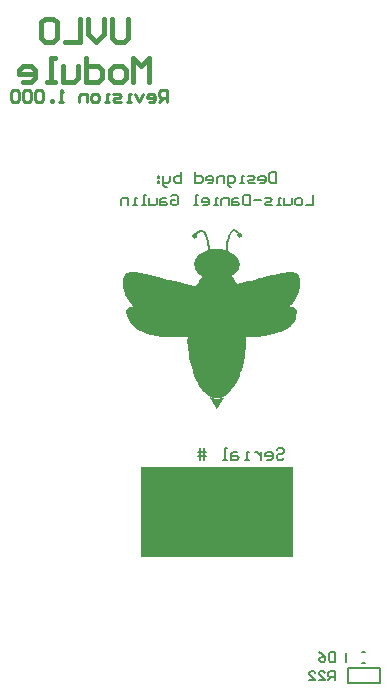
<source format=gbo>
G04*
G04 #@! TF.GenerationSoftware,Altium Limited,Altium Designer,20.1.11 (218)*
G04*
G04 Layer_Color=32896*
%FSLAX24Y24*%
%MOIN*%
G70*
G04*
G04 #@! TF.SameCoordinates,DAAE5E8E-C930-4FEA-A671-465C74EFB4C4*
G04*
G04*
G04 #@! TF.FilePolarity,Positive*
G04*
G01*
G75*
%ADD11C,0.0050*%
%ADD12C,0.0060*%
%ADD13C,0.0079*%
%ADD14C,0.0070*%
%ADD15C,0.0070*%
%ADD17C,0.0080*%
%ADD95C,0.0090*%
%ADD96C,0.0157*%
%ADD97R,0.5086X0.3033*%
G36*
X15157Y15544D02*
X15190Y15533D01*
X15219Y15515D01*
X15248Y15497D01*
X15270Y15475D01*
X15288Y15460D01*
X15299Y15446D01*
X15303Y15442D01*
X15328Y15431D01*
X15350Y15417D01*
X15365Y15402D01*
X15372Y15391D01*
X15379Y15380D01*
X15383Y15369D01*
Y15366D01*
Y15362D01*
Y15340D01*
X15379Y15318D01*
X15372Y15304D01*
X15358Y15293D01*
X15343Y15282D01*
X15328Y15278D01*
X15314Y15274D01*
X15307Y15271D01*
X15303D01*
X15281Y15274D01*
X15266Y15282D01*
X15252Y15296D01*
X15245Y15311D01*
X15234Y15336D01*
X15230Y15344D01*
Y15347D01*
Y15355D01*
X15234Y15369D01*
X15237Y15387D01*
X15245Y15402D01*
X15248Y15409D01*
X15223Y15435D01*
X15201Y15457D01*
X15179Y15471D01*
X15161Y15479D01*
X15146Y15486D01*
X15135Y15490D01*
X15121D01*
X15092Y15479D01*
X15062Y15453D01*
X15037Y15417D01*
X15015Y15373D01*
X14997Y15325D01*
X14979Y15271D01*
X14949Y15154D01*
X14938Y15096D01*
X14931Y15038D01*
X14920Y14987D01*
X14917Y14939D01*
X14909Y14899D01*
Y14866D01*
X14906Y14848D01*
Y14841D01*
X14979Y14804D01*
X15040Y14768D01*
X15095Y14731D01*
X15143Y14695D01*
X15183Y14655D01*
X15215Y14618D01*
X15245Y14582D01*
X15266Y14545D01*
X15285Y14513D01*
X15296Y14483D01*
X15307Y14458D01*
X15310Y14432D01*
X15314Y14414D01*
X15318Y14400D01*
Y14392D01*
Y14389D01*
X15314Y14345D01*
X15307Y14305D01*
X15296Y14265D01*
X15277Y14228D01*
X15237Y14163D01*
X15190Y14108D01*
X15143Y14061D01*
X15102Y14028D01*
X15084Y14013D01*
X15073Y14006D01*
X15066Y14002D01*
X15062Y13999D01*
Y13977D01*
X15223Y13722D01*
X15230D01*
X15241Y13725D01*
X15270Y13733D01*
X15310Y13740D01*
X15354Y13751D01*
X15398Y13762D01*
X15434Y13773D01*
X15449Y13776D01*
X15460D01*
X15467Y13780D01*
X15471D01*
X15580Y13809D01*
X15686Y13838D01*
X15788Y13867D01*
X15882Y13893D01*
X15974Y13915D01*
X16057Y13937D01*
X16141Y13959D01*
X16218Y13977D01*
X16291Y13991D01*
X16356Y14010D01*
X16422Y14024D01*
X16480Y14035D01*
X16539Y14050D01*
X16590Y14057D01*
X16637Y14068D01*
X16684Y14075D01*
X16761Y14090D01*
X16827Y14101D01*
X16881Y14108D01*
X16921Y14115D01*
X16954D01*
X16976Y14119D01*
X17031D01*
X17096Y14115D01*
X17129Y14108D01*
X17155Y14104D01*
X17180Y14097D01*
X17198Y14090D01*
X17209Y14086D01*
X17213D01*
X17235Y14068D01*
X17253Y14046D01*
X17282Y13995D01*
X17304Y13940D01*
X17319Y13886D01*
X17326Y13831D01*
X17330Y13787D01*
X17333Y13773D01*
Y13758D01*
Y13751D01*
Y13747D01*
X17330Y13667D01*
X17319Y13590D01*
X17300Y13518D01*
X17275Y13445D01*
X17249Y13375D01*
X17220Y13313D01*
X17187Y13251D01*
X17151Y13197D01*
X17118Y13149D01*
X17085Y13102D01*
X17056Y13066D01*
X17027Y13033D01*
X17005Y13007D01*
X16987Y12985D01*
X16976Y12974D01*
X16972Y12971D01*
X17023D01*
X17060Y12964D01*
X17093Y12956D01*
X17122Y12949D01*
X17144Y12938D01*
X17162Y12927D01*
X17191Y12902D01*
X17209Y12872D01*
X17217Y12851D01*
X17220Y12836D01*
Y12829D01*
X17217Y12752D01*
X17206Y12683D01*
X17191Y12621D01*
X17176Y12566D01*
X17162Y12522D01*
X17147Y12493D01*
X17136Y12471D01*
X17133Y12464D01*
X17100Y12417D01*
X17063Y12373D01*
X17023Y12333D01*
X16980Y12297D01*
X16881Y12227D01*
X16772Y12169D01*
X16655Y12122D01*
X16535Y12078D01*
X16411Y12045D01*
X16291Y12019D01*
X16174Y11998D01*
X16061Y11979D01*
X15959Y11968D01*
X15912Y11965D01*
X15868Y11961D01*
X15831Y11958D01*
X15766D01*
X15737Y11954D01*
X15689D01*
X15667Y11958D01*
X15660D01*
X15642Y11954D01*
X15635D01*
X15602Y11958D01*
X15584Y11954D01*
X15565Y11950D01*
X15547Y11947D01*
X15540D01*
Y11830D01*
X15478Y11229D01*
X15474Y11207D01*
X15471Y11174D01*
X15460Y11134D01*
X15445Y11086D01*
X15431Y11035D01*
X15416Y10984D01*
X15376Y10871D01*
X15358Y10817D01*
X15339Y10762D01*
X15325Y10715D01*
X15310Y10671D01*
X15296Y10634D01*
X15285Y10609D01*
X15281Y10591D01*
X15277Y10583D01*
X15248Y10521D01*
X15219Y10467D01*
X15186Y10412D01*
X15157Y10361D01*
X15095Y10274D01*
X15037Y10197D01*
X14979Y10131D01*
X14920Y10077D01*
X14866Y10033D01*
X14814Y9997D01*
X14767Y9967D01*
X14723Y9949D01*
X14683Y9935D01*
X14650Y9924D01*
X14625Y9916D01*
X14607Y9913D01*
X14527D01*
X14479Y9916D01*
X14432Y9927D01*
X14388Y9942D01*
X14344Y9964D01*
X14301Y9989D01*
X14257Y10018D01*
X14180Y10080D01*
X14147Y10109D01*
X14115Y10139D01*
X14089Y10168D01*
X14064Y10193D01*
X14045Y10215D01*
X14031Y10230D01*
X14024Y10241D01*
X14020Y10244D01*
X13962Y10335D01*
X13911Y10430D01*
X13863Y10525D01*
X13823Y10616D01*
X13805Y10660D01*
X13790Y10696D01*
X13776Y10729D01*
X13765Y10758D01*
X13754Y10784D01*
X13747Y10802D01*
X13743Y10813D01*
Y10817D01*
X13714Y10941D01*
X13685Y11054D01*
X13663Y11163D01*
X13641Y11265D01*
X13626Y11360D01*
X13612Y11447D01*
X13601Y11527D01*
X13590Y11600D01*
X13582Y11662D01*
X13575Y11717D01*
X13572Y11768D01*
Y11804D01*
X13568Y11837D01*
Y11859D01*
Y11874D01*
Y11877D01*
X13572Y11888D01*
X13575Y11903D01*
Y11917D01*
Y11925D01*
Y11947D01*
X13561Y11965D01*
X13473Y11961D01*
X13338D01*
X13284Y11958D01*
X12908D01*
X12843Y11961D01*
X12781Y11965D01*
X12722Y11968D01*
X12671Y11972D01*
X12635Y11976D01*
X12620D01*
X12609Y11979D01*
X12598D01*
X12500Y11994D01*
X12409Y12012D01*
X12325Y12034D01*
X12245Y12056D01*
X12172Y12081D01*
X12103Y12111D01*
X12041Y12140D01*
X11982Y12169D01*
X11928Y12202D01*
X11877Y12238D01*
X11833Y12271D01*
X11793Y12307D01*
X11753Y12344D01*
X11720Y12380D01*
X11665Y12453D01*
X11621Y12522D01*
X11585Y12592D01*
X11563Y12654D01*
X11549Y12708D01*
X11538Y12752D01*
X11534Y12789D01*
X11530Y12810D01*
Y12814D01*
Y12818D01*
X11534Y12843D01*
X11541Y12869D01*
X11552Y12891D01*
X11567Y12905D01*
X11607Y12934D01*
X11651Y12953D01*
X11698Y12964D01*
X11734Y12967D01*
X11753Y12971D01*
X11782D01*
X11716Y13036D01*
X11662Y13106D01*
X11614Y13171D01*
X11570Y13241D01*
X11534Y13306D01*
X11505Y13368D01*
X11483Y13430D01*
X11461Y13488D01*
X11447Y13539D01*
X11436Y13590D01*
X11428Y13631D01*
X11425Y13671D01*
X11421Y13700D01*
X11417Y13722D01*
Y13736D01*
Y13740D01*
Y13765D01*
X11421Y13795D01*
X11425Y13860D01*
X11428Y13889D01*
X11432Y13915D01*
X11436Y13929D01*
Y13937D01*
X11447Y13970D01*
X11461Y13999D01*
X11479Y14021D01*
X11498Y14042D01*
X11545Y14075D01*
X11592Y14097D01*
X11640Y14108D01*
X11680Y14115D01*
X11698Y14119D01*
X11745D01*
X11815Y14115D01*
X11891Y14108D01*
X11968Y14101D01*
X12041Y14090D01*
X12106Y14075D01*
X12135Y14072D01*
X12157Y14068D01*
X12179Y14064D01*
X12194Y14061D01*
X12201Y14057D01*
X12205D01*
X12343Y14021D01*
X12474Y13988D01*
X12598Y13955D01*
X12715Y13926D01*
X12821Y13900D01*
X12923Y13871D01*
X13018Y13849D01*
X13105Y13827D01*
X13185Y13809D01*
X13262Y13787D01*
X13331Y13773D01*
X13393Y13758D01*
X13451Y13744D01*
X13502Y13729D01*
X13550Y13718D01*
X13593Y13711D01*
X13630Y13700D01*
X13666Y13693D01*
X13695Y13685D01*
X13721Y13682D01*
X13765Y13671D01*
X13794Y13667D01*
X13816Y13663D01*
X13827Y13660D01*
X13834D01*
X13845Y13663D01*
X13860Y13674D01*
X13870Y13682D01*
X13874Y13685D01*
X13911Y13747D01*
X13943Y13802D01*
X13973Y13853D01*
X14002Y13893D01*
X14024Y13926D01*
X14042Y13951D01*
X14053Y13966D01*
X14056Y13970D01*
X14049Y13999D01*
X14005Y14028D01*
X13965Y14061D01*
X13932Y14093D01*
X13903Y14126D01*
X13878Y14159D01*
X13860Y14192D01*
X13841Y14221D01*
X13830Y14254D01*
X13812Y14309D01*
X13805Y14330D01*
X13801Y14349D01*
X13798Y14367D01*
Y14378D01*
Y14385D01*
Y14389D01*
X13801Y14436D01*
X13812Y14476D01*
X13827Y14516D01*
X13841Y14549D01*
X13856Y14578D01*
X13870Y14600D01*
X13881Y14615D01*
X13885Y14618D01*
X13936Y14673D01*
X13994Y14720D01*
X14053Y14761D01*
X14111Y14793D01*
X14166Y14815D01*
X14209Y14833D01*
X14228Y14841D01*
X14239Y14844D01*
X14246Y14848D01*
X14250D01*
X14253Y14852D01*
X14257Y14855D01*
Y14859D01*
Y14863D01*
X14246Y14968D01*
X14231Y15059D01*
X14217Y15140D01*
X14198Y15209D01*
X14184Y15267D01*
X14166Y15315D01*
X14147Y15355D01*
X14129Y15387D01*
X14115Y15409D01*
X14100Y15428D01*
X14086Y15442D01*
X14075Y15449D01*
X14056Y15460D01*
X14034D01*
X14013Y15457D01*
X13987Y15446D01*
X13962Y15431D01*
X13936Y15417D01*
X13918Y15402D01*
X13900Y15387D01*
X13889Y15377D01*
X13885Y15373D01*
X13892Y15325D01*
Y15315D01*
X13889Y15296D01*
X13881Y15278D01*
X13856Y15256D01*
X13830Y15242D01*
X13823Y15238D01*
X13819D01*
X13790Y15242D01*
X13768Y15249D01*
X13754Y15264D01*
X13743Y15278D01*
X13736Y15289D01*
X13732Y15304D01*
Y15311D01*
Y15315D01*
Y15333D01*
X13736Y15358D01*
X13747Y15377D01*
X13761Y15391D01*
X13779Y15398D01*
X13798Y15406D01*
X13812Y15409D01*
X13827D01*
X13874Y15446D01*
X13911Y15475D01*
X13947Y15493D01*
X13973Y15508D01*
X13994Y15515D01*
X14009Y15522D01*
X14067D01*
X14086Y15519D01*
X14107Y15511D01*
X14126Y15497D01*
X14144Y15482D01*
X14162Y15468D01*
X14173Y15453D01*
X14180Y15446D01*
X14184Y15442D01*
X14228Y15340D01*
X14260Y15242D01*
X14286Y15147D01*
X14301Y15063D01*
X14308Y15027D01*
X14311Y14994D01*
X14315Y14961D01*
Y14935D01*
X14319Y14917D01*
Y14903D01*
Y14892D01*
Y14888D01*
X14322Y14874D01*
X14326Y14870D01*
Y14866D01*
X14395Y14881D01*
X14424Y14884D01*
X14454D01*
X14479Y14888D01*
X14614D01*
X14694Y14884D01*
X14731Y14877D01*
X14763Y14874D01*
X14793Y14866D01*
X14818Y14859D01*
X14833Y14855D01*
X14836D01*
X14840Y14863D01*
X14844D01*
Y14874D01*
X14851Y14935D01*
X14855Y14994D01*
X14866Y15045D01*
X14873Y15096D01*
X14891Y15187D01*
X14913Y15264D01*
X14935Y15329D01*
X14957Y15384D01*
X14982Y15428D01*
X15004Y15464D01*
X15026Y15493D01*
X15048Y15511D01*
X15070Y15526D01*
X15084Y15537D01*
X15099Y15544D01*
X15110Y15548D01*
X15121D01*
X15157Y15544D01*
D02*
G37*
G36*
X14789Y9927D02*
X14559Y9545D01*
X14552Y9552D01*
X14541Y9566D01*
X14530Y9588D01*
X14512Y9614D01*
X14494Y9643D01*
X14476Y9676D01*
X14435Y9745D01*
X14395Y9814D01*
X14377Y9847D01*
X14359Y9876D01*
X14344Y9902D01*
X14333Y9920D01*
X14330Y9931D01*
X14326Y9935D01*
X14333Y9938D01*
Y9942D01*
X14414Y9920D01*
X14450Y9913D01*
X14486Y9905D01*
X14516Y9902D01*
X14537Y9898D01*
X14552Y9894D01*
X14556D01*
X14581Y9898D01*
X14618Y9902D01*
X14654Y9909D01*
X14694Y9920D01*
X14731Y9927D01*
X14760Y9935D01*
X14782Y9938D01*
X14785Y9942D01*
X14789D01*
Y9927D01*
D02*
G37*
D11*
X18912Y437D02*
X19975D01*
Y909D01*
X18912D02*
X19975D01*
X18912Y437D02*
Y909D01*
D12*
X18477Y506D02*
Y826D01*
X18317D01*
X18263Y772D01*
Y666D01*
X18317Y612D01*
X18477D01*
X18370D02*
X18263Y506D01*
X17943D02*
X18157D01*
X17943Y719D01*
Y772D01*
X17997Y826D01*
X18103D01*
X18157Y772D01*
X17624Y506D02*
X17837D01*
X17624Y719D01*
Y772D01*
X17677Y826D01*
X17783D01*
X17837Y772D01*
X18488Y1450D02*
Y1130D01*
X18328D01*
X18275Y1184D01*
Y1397D01*
X18328Y1450D01*
X18488D01*
X17955D02*
X18062Y1397D01*
X18168Y1290D01*
Y1184D01*
X18115Y1130D01*
X18008D01*
X17955Y1184D01*
Y1237D01*
X18008Y1290D01*
X18168D01*
D13*
X16542Y8175D02*
X16607Y8240D01*
X16739D01*
X16804Y8175D01*
Y8109D01*
X16739Y8043D01*
X16607D01*
X16542Y7978D01*
Y7912D01*
X16607Y7847D01*
X16739D01*
X16804Y7912D01*
X16214Y7847D02*
X16345D01*
X16411Y7912D01*
Y8043D01*
X16345Y8109D01*
X16214D01*
X16148Y8043D01*
Y7978D01*
X16411D01*
X16017Y8109D02*
Y7847D01*
Y7978D01*
X15951Y8043D01*
X15886Y8109D01*
X15820D01*
X15623Y7847D02*
X15492D01*
X15558D01*
Y8109D01*
X15623D01*
X15230D02*
X15099D01*
X15033Y8043D01*
Y7847D01*
X15230D01*
X15295Y7912D01*
X15230Y7978D01*
X15033D01*
X14902Y7847D02*
X14771D01*
X14836D01*
Y8240D01*
X14902D01*
X14115Y7847D02*
Y8240D01*
X13984D02*
Y7847D01*
X14180Y8109D02*
X13984D01*
X13918D01*
X14180Y7978D02*
X13918D01*
D14*
X19385Y1085D02*
X19483D01*
X19385Y1459D02*
X19483D01*
D15*
X18863Y1125D02*
Y1420D01*
D17*
X16536Y17445D02*
Y17085D01*
X16356D01*
X16296Y17145D01*
Y17385D01*
X16356Y17445D01*
X16536D01*
X15996Y17085D02*
X16116D01*
X16176Y17145D01*
Y17265D01*
X16116Y17325D01*
X15996D01*
X15936Y17265D01*
Y17205D01*
X16176D01*
X15816Y17085D02*
X15636D01*
X15576Y17145D01*
X15636Y17205D01*
X15756D01*
X15816Y17265D01*
X15756Y17325D01*
X15576D01*
X15456Y17085D02*
X15336D01*
X15396D01*
Y17325D01*
X15456D01*
X15036Y16965D02*
X14976D01*
X14916Y17025D01*
Y17325D01*
X15096D01*
X15156Y17265D01*
Y17145D01*
X15096Y17085D01*
X14916D01*
X14796D02*
Y17325D01*
X14616D01*
X14556Y17265D01*
Y17085D01*
X14257D02*
X14377D01*
X14437Y17145D01*
Y17265D01*
X14377Y17325D01*
X14257D01*
X14197Y17265D01*
Y17205D01*
X14437D01*
X13837Y17445D02*
Y17085D01*
X14017D01*
X14077Y17145D01*
Y17265D01*
X14017Y17325D01*
X13837D01*
X13357Y17445D02*
Y17085D01*
X13177D01*
X13117Y17145D01*
Y17205D01*
Y17265D01*
X13177Y17325D01*
X13357D01*
X12997D02*
Y17145D01*
X12937Y17085D01*
X12757D01*
Y17025D01*
X12817Y16965D01*
X12877D01*
X12757Y17085D02*
Y17325D01*
X12637D02*
X12577D01*
Y17265D01*
X12637D01*
Y17325D01*
Y17145D02*
X12577D01*
Y17085D01*
X12637D01*
Y17145D01*
X17765Y16701D02*
Y16341D01*
X17526D01*
X17346D02*
X17226D01*
X17166Y16401D01*
Y16521D01*
X17226Y16581D01*
X17346D01*
X17406Y16521D01*
Y16401D01*
X17346Y16341D01*
X17046Y16581D02*
Y16401D01*
X16986Y16341D01*
X16806D01*
Y16581D01*
X16686Y16341D02*
X16566D01*
X16626D01*
Y16581D01*
X16686D01*
X16386Y16341D02*
X16206D01*
X16146Y16401D01*
X16206Y16461D01*
X16326D01*
X16386Y16521D01*
X16326Y16581D01*
X16146D01*
X16026Y16521D02*
X15786D01*
X15666Y16701D02*
Y16341D01*
X15486D01*
X15426Y16401D01*
Y16641D01*
X15486Y16701D01*
X15666D01*
X15246Y16581D02*
X15126D01*
X15066Y16521D01*
Y16341D01*
X15246D01*
X15306Y16401D01*
X15246Y16461D01*
X15066D01*
X14946Y16341D02*
Y16581D01*
X14766D01*
X14706Y16521D01*
Y16341D01*
X14586D02*
X14467D01*
X14526D01*
Y16581D01*
X14586D01*
X14107Y16341D02*
X14227D01*
X14287Y16401D01*
Y16521D01*
X14227Y16581D01*
X14107D01*
X14047Y16521D01*
Y16461D01*
X14287D01*
X13927Y16341D02*
X13807D01*
X13867D01*
Y16701D01*
X13927D01*
X13027Y16641D02*
X13087Y16701D01*
X13207D01*
X13267Y16641D01*
Y16401D01*
X13207Y16341D01*
X13087D01*
X13027Y16401D01*
Y16521D01*
X13147D01*
X12847Y16581D02*
X12727D01*
X12667Y16521D01*
Y16341D01*
X12847D01*
X12907Y16401D01*
X12847Y16461D01*
X12667D01*
X12547Y16581D02*
Y16401D01*
X12487Y16341D01*
X12307D01*
Y16581D01*
X12187Y16341D02*
X12067D01*
X12127D01*
Y16701D01*
X12187D01*
X11887Y16341D02*
X11767D01*
X11827D01*
Y16581D01*
X11887D01*
X11587Y16341D02*
Y16581D01*
X11407D01*
X11348Y16521D01*
Y16341D01*
D95*
X12877Y19783D02*
Y20183D01*
X12678D01*
X12611Y20116D01*
Y19983D01*
X12678Y19916D01*
X12877D01*
X12744D02*
X12611Y19783D01*
X12278D02*
X12411D01*
X12478Y19850D01*
Y19983D01*
X12411Y20050D01*
X12278D01*
X12211Y19983D01*
Y19916D01*
X12478D01*
X12078Y20050D02*
X11944Y19783D01*
X11811Y20050D01*
X11678Y19783D02*
X11545D01*
X11611D01*
Y20050D01*
X11678D01*
X11345Y19783D02*
X11145D01*
X11078Y19850D01*
X11145Y19916D01*
X11278D01*
X11345Y19983D01*
X11278Y20050D01*
X11078D01*
X10945Y19783D02*
X10811D01*
X10878D01*
Y20050D01*
X10945D01*
X10545Y19783D02*
X10412D01*
X10345Y19850D01*
Y19983D01*
X10412Y20050D01*
X10545D01*
X10612Y19983D01*
Y19850D01*
X10545Y19783D01*
X10212D02*
Y20050D01*
X10012D01*
X9945Y19983D01*
Y19783D01*
X9412D02*
X9279D01*
X9345D01*
Y20183D01*
X9412Y20116D01*
X9079Y19783D02*
Y19850D01*
X9012D01*
Y19783D01*
X9079D01*
X8745Y20116D02*
X8679Y20183D01*
X8546D01*
X8479Y20116D01*
Y19850D01*
X8546Y19783D01*
X8679D01*
X8745Y19850D01*
Y20116D01*
X8346D02*
X8279Y20183D01*
X8146D01*
X8079Y20116D01*
Y19850D01*
X8146Y19783D01*
X8279D01*
X8346Y19850D01*
Y20116D01*
X7946D02*
X7879Y20183D01*
X7746D01*
X7679Y20116D01*
Y19850D01*
X7746Y19783D01*
X7879D01*
X7946Y19850D01*
Y20116D01*
D96*
X11576Y22571D02*
Y21915D01*
X11445Y21784D01*
X11182D01*
X11051Y21915D01*
Y22571D01*
X10789D02*
Y22046D01*
X10526Y21784D01*
X10264Y22046D01*
Y22571D01*
X10001D02*
Y21784D01*
X9477D01*
X8821Y22571D02*
X9083D01*
X9214Y22440D01*
Y21915D01*
X9083Y21784D01*
X8821D01*
X8690Y21915D01*
Y22440D01*
X8821Y22571D01*
X12297Y20461D02*
Y21248D01*
X12035Y20986D01*
X11773Y21248D01*
Y20461D01*
X11379D02*
X11117D01*
X10985Y20592D01*
Y20855D01*
X11117Y20986D01*
X11379D01*
X11510Y20855D01*
Y20592D01*
X11379Y20461D01*
X10198Y21248D02*
Y20461D01*
X10592D01*
X10723Y20592D01*
Y20855D01*
X10592Y20986D01*
X10198D01*
X9936D02*
Y20592D01*
X9805Y20461D01*
X9411D01*
Y20986D01*
X9149Y20461D02*
X8886D01*
X9018D01*
Y21248D01*
X9149D01*
X8099Y20461D02*
X8362D01*
X8493Y20592D01*
Y20855D01*
X8362Y20986D01*
X8099D01*
X7968Y20855D01*
Y20723D01*
X8493D01*
D97*
X14561Y6126D02*
D03*
M02*

</source>
